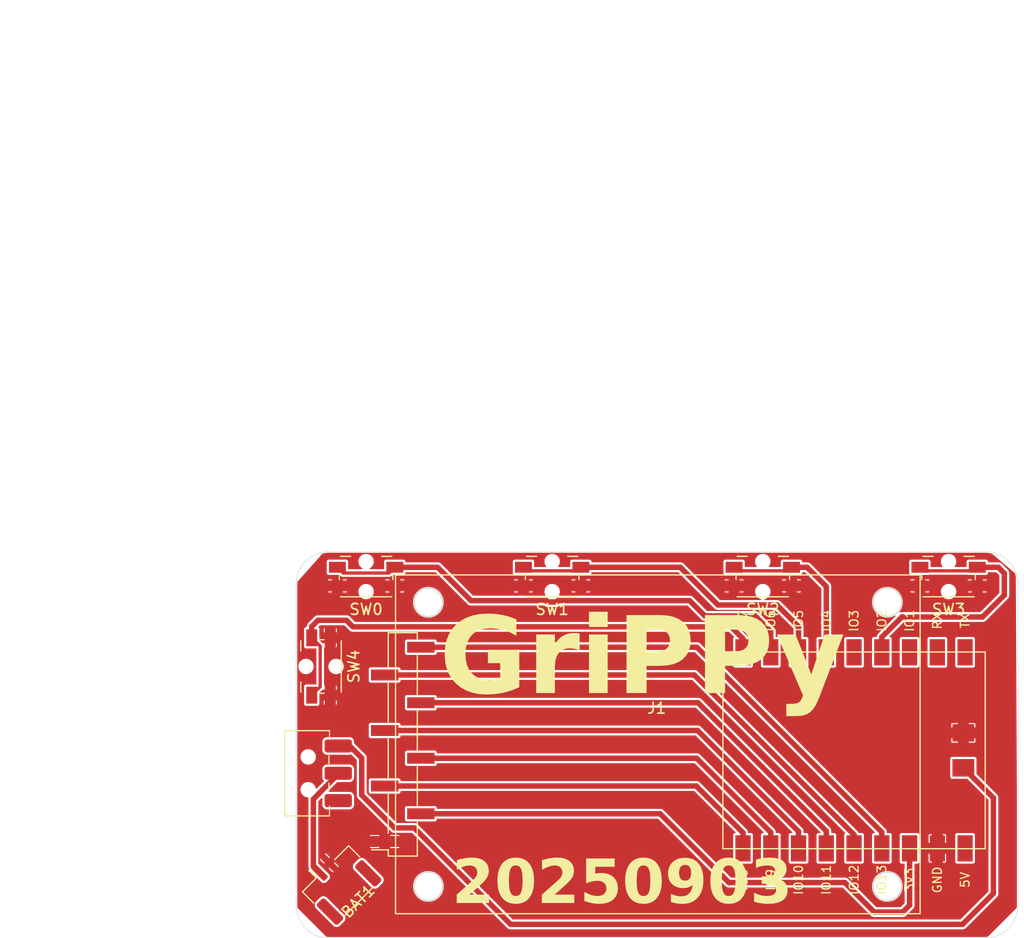
<source format=kicad_pcb>
(kicad_pcb (version 20241229) (generator "pcbnew") (generator_version "9.0")
  (layers (0 "F.Cu" signal) (2 "B.Cu" signal) (13 "F.Paste" user) (15 "B.Paste" user) (5 "F.SilkS" user "F.Silkscreen") (7 "B.SilkS" user "B.Silkscreen") (1 "F.Mask" user) (3 "B.Mask" user) (25 "Edge.Cuts" user))
  (net 0 "")
  (net 1 "/B+")
  (net 2 "/SCL")
  (net 3 "VCC")
  (net 4 "GND")
  (net 5 "/SDA")
  (net 6 "/index")
  (net 7 "/middle")
  (net 8 "/ring")
  (net 9 "/pinky")
  (net 10 "/thumb")
  (net 11 "/RAW")
  (net 13 "/mp")
  (net 19 "/BLK")
  (net 20 "/RES")
  (net 21 "/CS")
  (net 22 "/DC")
  (footprint "footprints:ESP32-S3-SuperMini_SMT" (layer "F.Cu") (at 224.25 86.7 90)
    (property "Reference" "U1" (hide yes))
    (property "Value" "esp32s3-supermini")
    (fp_line (start 9 -12) (end 9 12) (stroke (width 0.12)) (layer "F.SilkS"))
    (fp_line (start -9 -12) (end 9 -12) (stroke (width 0.12)) (layer "F.SilkS"))
    (fp_line (start 9 12) (end -9 12) (stroke (width 0.12)) (layer "F.SilkS"))
    (fp_line (start -9 12) (end -9 -12) (stroke (width 0.12)) (layer "F.SilkS"))
    (fp_text user "IO13" (at -11.85 2.54 90) (layer "F.SilkS") (effects (font (size 0.8 0.8) (thickness 0.12))))
    (fp_text user "IO6" (at 11.85 -7.62 90) (layer "F.SilkS") (effects (font (size 0.8 0.8) (thickness 0.12))))
    (fp_text user "IO8" (at -11.85 -10.16 90) (layer "F.SilkS") (effects (font (size 0.8 0.8) (thickness 0.12))))
    (fp_text user "IO2" (at 11.85 2.54 90) (layer "F.SilkS") (effects (font (size 0.8 0.8) (thickness 0.12))))
    (fp_text user "5V" (at -11.85 10.16 90) (layer "F.SilkS") (effects (font (size 0.8 0.8) (thickness 0.12))))
    (fp_text user "TX" (at 11.85 10.16 90) (layer "F.SilkS") (effects (font (size 0.8 0.8) (thickness 0.12))))
    (fp_text user "RX" (at 11.85 7.62 90) (layer "F.SilkS") (effects (font (size 0.8 0.8) (thickness 0.12))))
    (fp_text user "IO5" (at 11.85 -5.08 90) (layer "F.SilkS") (effects (font (size 0.8 0.8) (thickness 0.12))))
    (fp_text user "IO11" (at -11.85 -2.54 90) (layer "F.SilkS") (effects (font (size 0.8 0.8) (thickness 0.12))))
    (fp_text user "IO9" (at -11.85 -7.62 90) (layer "F.SilkS") (effects (font (size 0.8 0.8) (thickness 0.12))))
    (fp_text user "GND" (at -11.85 7.62 90) (layer "F.SilkS") (effects (font (size 0.8 0.8) (thickness 0.12))))
    (fp_text user "IO10" (at -11.85 -5.08 90) (layer "F.SilkS") (effects (font (size 0.8 0.8) (thickness 0.12))))
    (fp_text user "IO1" (at 11.85 5.08 90) (layer "F.SilkS") (effects (font (size 0.8 0.8) (thickness 0.12))))
    (fp_text user "IO7" (at 11.85 -10.16 90) (layer "F.SilkS") (effects (font (size 0.8 0.8) (thickness 0.12))))
    (fp_text user "IO12" (at -11.85 0 90) (layer "F.SilkS") (effects (font (size 0.8 0.8) (thickness 0.12))))
    (fp_text user "IO3" (at 11.85 0 90) (layer "F.SilkS") (effects (font (size 0.8 0.8) (thickness 0.12))))
    (fp_text user "IO4" (at 11.85 -2.54 90) (layer "F.SilkS") (effects (font (size 0.8 0.8) (thickness 0.12))))
    (fp_text user "3V3" (at -11.85 5.08 90) (layer "F.SilkS") (effects (font (size 0.8 0.8) (thickness 0.12))))
    (pad "3V3" smd rect (at -8.97 5.08 90) (size 2.4 1.4) (layers "F.Cu" "F.Mask" "F.Paste") (net 3 "VCC"))
    (pad "5V" smd rect (at -8.97 10.16 90) (size 2.4 1.4) (layers "F.Cu" "F.Mask" "F.Paste"))
    (pad "B+" smd rect (at -1.6 10 90) (size 1.6 2) (layers "F.Cu" "F.Mask" "F.Paste") (net 11 "/RAW"))
    (pad "B-" smd rect (at 1.6 10 90) (size 1.6 2) (layers "F.Cu" "F.Mask" "F.Paste") (net 4 "GND"))
    (pad "GND" smd rect (at -8.97 7.62 90) (size 2.4 1.4) (layers "F.Cu" "F.Mask" "F.Paste") (net 4 "GND"))
    (pad "IO1" smd rect (at 8.97 5.08 90) (size 2.4 1.4) (layers "F.Cu" "F.Mask" "F.Paste"))
    (pad "IO2" smd rect (at 8.97 2.54 90) (size 2.4 1.4) (layers "F.Cu" "F.Mask" "F.Paste") (net 9 "/pinky"))
    (pad "IO3" smd rect (at 8.97 0 90) (size 2.4 1.4) (layers "F.Cu" "F.Mask" "F.Paste"))
    (pad "IO4" smd rect (at 8.97 -2.54 90) (size 2.4 1.4) (layers "F.Cu" "F.Mask" "F.Paste") (net 8 "/ring"))
    (pad "IO5" smd rect (at 8.97 -5.08 90) (size 2.4 1.4) (layers "F.Cu" "F.Mask" "F.Paste") (net 7 "/middle"))
    (pad "IO6" smd rect (at 8.97 -7.62 90) (size 2.4 1.4) (layers "F.Cu" "F.Mask" "F.Paste") (net 6 "/index"))
    (pad "IO7" smd rect (at 8.97 -10.16 90) (size 2.4 1.4) (layers "F.Cu" "F.Mask" "F.Paste") (net 10 "/thumb"))
    (pad "IO8" smd rect (at -8.97 -10.16 90) (size 2.4 1.4) (layers "F.Cu" "F.Mask" "F.Paste") (net 2 "/SCL"))
    (pad "IO9" smd rect (at -8.97 -7.62 90) (size 2.4 1.4) (layers "F.Cu" "F.Mask" "F.Paste") (net 5 "/SDA"))
    (pad "IO10" smd rect (at -8.97 -5.08 90) (size 2.4 1.4) (layers "F.Cu" "F.Mask" "F.Paste") (net 20 "/RES"))
    (pad "IO11" smd rect (at -8.97 -2.54 90) (size 2.4 1.4) (layers "F.Cu" "F.Mask" "F.Paste") (net 22 "/DC"))
    (pad "IO12" smd rect (at -8.97 0 90) (size 2.4 1.4) (layers "F.Cu" "F.Mask" "F.Paste") (net 21 "/CS"))
    (pad "IO13" smd rect (at -8.97 2.54 90) (size 2.4 1.4) (layers "F.Cu" "F.Mask" "F.Paste") (net 19 "/BLK"))
    (pad "RX" smd rect (at 8.97 7.62 90) (size 2.4 1.4) (layers "F.Cu" "F.Mask" "F.Paste"))
    (pad "TX" smd rect (at 8.97 10.16 90) (size 2.4 1.4) (layers "F.Cu" "F.Mask" "F.Paste"))
  )
  (footprint "footprints:JST_GH_SM02B-GHS-TB_1x02-1MP_P1.25mm_Horizontal" (layer "F.Cu") (at 177.095317 98.75 45)
    (property "Reference" "BAT1" (at 0 2.5 45) (layer "F.SilkS"))
    (property "Value" "JST-GH 1.25" (hide yes))
    (fp_line (start -2.985 -1.71) (end -1.185 -1.71) (stroke (width 0.12)) (layer "F.SilkS"))
    (fp_line (start -2.985 -0.26) (end -2.985 -1.71) (stroke (width 0.12)) (layer "F.SilkS"))
    (fp_line (start -1.185 -1.71) (end -1.185 -2.7) (stroke (width 0.12)) (layer "F.SilkS"))
    (fp_line (start -1.715 2.559999) (end 1.715 2.559999) (stroke (width 0.12)) (layer "F.SilkS"))
    (fp_line (start 2.985 -1.71) (end 1.185 -1.71) (stroke (width 0.12)) (layer "F.SilkS"))
    (fp_line (start 2.985 -0.26) (end 2.985 -1.71) (stroke (width 0.12)) (layer "F.SilkS"))
    (pad "1" smd roundrect (at -0.625 -1.85 45) (size 0.6 1.7) (layers "F.Cu" "F.Mask" "F.Paste") (net 1 "/B+"))
    (pad "2" smd roundrect (at 0.625 -1.85 45) (size 0.6 1.7) (layers "F.Cu" "F.Mask" "F.Paste") (net 4 "GND"))
    (pad "3" smd roundrect (at -2.475 1.35 45) (size 1 2.7) (layers "F.Cu" "F.Mask" "F.Paste") (net 13 "/mp"))
    (pad "4" smd roundrect (at 2.475 1.35 45) (size 1 2.7) (layers "F.Cu" "F.Mask" "F.Paste") (net 13 "/mp"))
  )
  (footprint "Button_Switch_SMD:Panasonic_EVQPUL_EVQPUC" (layer "F.Cu") (at 232.9 70.8)
    (property "Reference" "SW3" (at 0 3 180) (layer "F.SilkS"))
    (property "Value" "SW_SPST" (hide yes))
    (fp_line (start -2.45 0.275) (end -2.45 -0.275) (stroke (width 0.12)) (layer "F.SilkS"))
    (fp_line (start -1.425 -1.85) (end -2.35 -1.85) (stroke (width 0.12)) (layer "F.SilkS"))
    (fp_line (start 2.35 -1.85) (end 1.425 -1.85) (stroke (width 0.12)) (layer "F.SilkS"))
    (fp_line (start 2.35 1.85) (end -2.35 1.85) (stroke (width 0.12)) (layer "F.SilkS"))
    (fp_line (start 2.45 0.275) (end 2.45 -0.275) (stroke (width 0.12)) (layer "F.SilkS"))
    (pad "" np_thru_hole circle (at 0 -1.375 180) (size 0.9 0.9) (drill 0.9) (layers "*.Cu" "*.Mask"))
    (pad "" np_thru_hole circle (at 0 1.375 180) (size 0.9 0.9) (drill 0.9) (layers "*.Cu" "*.Mask"))
    (pad "1" smd rect (at -2.625 -0.85 180) (size 1.55 1) (layers "F.Cu" "F.Mask" "F.Paste") (net 9 "/pinky"))
    (pad "1" smd rect (at 2.625 -0.85 180) (size 1.55 1) (layers "F.Cu" "F.Mask" "F.Paste") (net 9 "/pinky"))
    (pad "2" smd rect (at -2.625 0.85 180) (size 1.55 1) (layers "F.Cu" "F.Mask" "F.Paste") (net 4 "GND"))
    (pad "2" smd rect (at 2.625 0.85 180) (size 1.55 1) (layers "F.Cu" "F.Mask" "F.Paste") (net 4 "GND"))
  )
  (footprint "Button_Switch_SMD:Panasonic_EVQPUL_EVQPUC" (layer "F.Cu") (at 179.6 70.8)
    (property "Reference" "SW0" (at 0 3 180) (layer "F.SilkS"))
    (property "Value" "SW_SPST" (hide yes))
    (fp_line (start -2.45 0.275) (end -2.45 -0.275) (stroke (width 0.12)) (layer "F.SilkS"))
    (fp_line (start -1.425 -1.85) (end -2.35 -1.85) (stroke (width 0.12)) (layer "F.SilkS"))
    (fp_line (start 2.35 -1.85) (end 1.425 -1.85) (stroke (width 0.12)) (layer "F.SilkS"))
    (fp_line (start 2.35 1.85) (end -2.35 1.85) (stroke (width 0.12)) (layer "F.SilkS"))
    (fp_line (start 2.45 0.275) (end 2.45 -0.275) (stroke (width 0.12)) (layer "F.SilkS"))
    (pad "" np_thru_hole circle (at 0 -1.375 180) (size 0.9 0.9) (drill 0.9) (layers "*.Cu" "*.Mask"))
    (pad "" np_thru_hole circle (at 0 1.375 180) (size 0.9 0.9) (drill 0.9) (layers "*.Cu" "*.Mask"))
    (pad "1" smd rect (at -2.625 -0.85 180) (size 1.55 1) (layers "F.Cu" "F.Mask" "F.Paste") (net 6 "/index"))
    (pad "1" smd rect (at 2.625 -0.85 180) (size 1.55 1) (layers "F.Cu" "F.Mask" "F.Paste") (net 6 "/index"))
    (pad "2" smd rect (at -2.625 0.85 180) (size 1.55 1) (layers "F.Cu" "F.Mask" "F.Paste") (net 4 "GND"))
    (pad "2" smd rect (at 2.625 0.85 180) (size 1.55 1) (layers "F.Cu" "F.Mask" "F.Paste") (net 4 "GND"))
  )
  (footprint "sw_spdt_slide_mskt-12c03:Untitled" (layer "F.Cu") (at 174.55 88.8 -90)
    (property "Reference" "SW5" (hide yes))
    (property "Value" "SW_DPDT_x2" (hide yes))
    (fp_line (start -3.9 2.4) (end 3.9 2.4) (stroke (width 0.12)) (layer "F.SilkS"))
    (fp_line (start -3.9 2.4) (end -3.9 -1.7) (stroke (width 0.12)) (layer "F.SilkS"))
    (fp_line (start -0.9 -1.65) (end -1.6 -1.65) (stroke (width 0.12)) (layer "F.SilkS"))
    (fp_line (start 1.6 -1.65) (end 0.9 -1.65) (stroke (width 0.12)) (layer "F.SilkS"))
    (fp_line (start 3.9 -1.65) (end 3.9 2.4) (stroke (width 0.12)) (layer "F.SilkS"))
    (fp_line (start -3.1 -1.7) (end -3.9 -1.7) (stroke (width 0.1)) (layer "F.SilkS"))
    (fp_line (start 3 -1.7) (end 3.9 -1.7) (stroke (width 0.1)) (layer "F.SilkS"))
    (pad "" np_thru_hole circle (at -1.5 0.25 270) (size 0.9 0.9) (drill 0.9) (layers "*.Cu" "*.Mask"))
    (pad "" np_thru_hole circle (at 1.5 0.25 270) (size 0.9 0.9) (drill 0.9) (layers "*.Cu" "*.Mask"))
    (pad "1" smd roundrect (at -2.5 -2.5 270) (size 1.2 2.5) (layers "F.Cu" "F.Mask" "F.Paste") (roundrect_rratio 0.2) (net 11 "/RAW"))
    (pad "2" smd roundrect (at 0 -2.5 270) (size 1.2 2.5) (layers "F.Cu" "F.Mask" "F.Paste") (roundrect_rratio 0.2) (net 1 "/B+"))
    (pad "3" smd roundrect (at 2.5 -2.5 270) (size 1.2 2.5) (layers "F.Cu" "F.Mask" "F.Paste") (roundrect_rratio 0.2))
  )
  (footprint "footprints:tft-169-st7789" (layer "F.Cu") (at 206.295 86.15)
    (property "Reference" "J1" (at -0.1 -3.31 0) (layer "F.SilkS"))
    (property "Value" "Conn_01x08_Socket")
    (fp_line (start -24.67 -7.105) (end -24.67 -10.215) (stroke (width 0.12)) (layer "F.SilkS"))
    (fp_line (start -24.67 -2.025) (end -24.67 -5.585) (stroke (width 0.12)) (layer "F.SilkS"))
    (fp_line (start -24.67 3.055) (end -24.67 -0.505) (stroke (width 0.12)) (layer "F.SilkS"))
    (fp_line (start -24.67 8.135) (end -24.67 4.575) (stroke (width 0.12)) (layer "F.SilkS"))
    (fp_line (start -24.67 9.655) (end -26.19 9.655) (stroke (width 0.12)) (layer "F.SilkS"))
    (fp_line (start -24.67 10.225) (end -24.67 9.655) (stroke (width 0.12)) (layer "F.SilkS"))
    (fp_line (start -24 -15.5) (end 24 -15.5) (stroke (width 0.12)) (layer "F.SilkS"))
    (fp_line (start -24 15.5) (end -24 -15.5) (stroke (width 0.12)) (layer "F.SilkS"))
    (fp_line (start -22.01 -10.215) (end -24.67 -10.215) (stroke (width 0.12)) (layer "F.SilkS"))
    (fp_line (start -22.01 -9.645) (end -22.01 -10.215) (stroke (width 0.12)) (layer "F.SilkS"))
    (fp_line (start -22.01 -4.565) (end -22.01 -8.125) (stroke (width 0.12)) (layer "F.SilkS"))
    (fp_line (start -22.01 0.515) (end -22.01 -3.045) (stroke (width 0.12)) (layer "F.SilkS"))
    (fp_line (start -22.01 5.595) (end -22.01 2.035) (stroke (width 0.12)) (layer "F.SilkS"))
    (fp_line (start -22.01 10.225) (end -24.67 10.225) (stroke (width 0.12)) (layer "F.SilkS"))
    (fp_line (start -22.01 10.225) (end -22.01 7.115) (stroke (width 0.12)) (layer "F.SilkS"))
    (fp_line (start 24 -15.5) (end 24 15.5) (stroke (width 0.12)) (layer "F.SilkS"))
    (fp_line (start 24 15.5) (end -24 15.5) (stroke (width 0.12)) (layer "F.SilkS"))
    (fp_circle (center -21 -13) (end -19.7 -13) (stroke (width 0.1)) (fill no) (layer "Edge.Cuts"))
    (fp_circle (center -21 13) (end -19.7 13) (stroke (width 0.1)) (fill no) (layer "Edge.Cuts"))
    (fp_circle (center 21 -13) (end 22.3 -13) (stroke (width 0.1)) (fill no) (layer "Edge.Cuts"))
    (fp_circle (center 21 13) (end 22.3 13) (stroke (width 0.1)) (fill no) (layer "Edge.Cuts"))
    (pad "1" smd rect (at -24.995 8.895 180) (size 2.51 1) (layers "F.Cu" "F.Mask" "F.Paste") (net 4 "GND"))
    (pad "2" smd rect (at -21.685 6.355 180) (size 2.51 1) (layers "F.Cu" "F.Mask" "F.Paste") (net 3 "VCC"))
    (pad "3" smd rect (at -24.995 3.815 180) (size 2.51 1) (layers "F.Cu" "F.Mask" "F.Paste") (net 2 "/SCL"))
    (pad "4" smd rect (at -21.685 1.275 180) (size 2.51 1) (layers "F.Cu" "F.Mask" "F.Paste") (net 5 "/SDA"))
    (pad "5" smd rect (at -24.995 -1.265 180) (size 2.51 1) (layers "F.Cu" "F.Mask" "F.Paste") (net 20 "/RES"))
    (pad "6" smd rect (at -21.685 -3.805 180) (size 2.51 1) (layers "F.Cu" "F.Mask" "F.Paste") (net 22 "/DC"))
    (pad "7" smd rect (at -24.995 -6.345 180) (size 2.51 1) (layers "F.Cu" "F.Mask" "F.Paste") (net 21 "/CS"))
    (pad "8" smd rect (at -21.685 -8.885 180) (size 2.51 1) (layers "F.Cu" "F.Mask" "F.Paste") (net 19 "/BLK"))
  )
  (footprint "Button_Switch_SMD:Panasonic_EVQPUL_EVQPUC" (layer "F.Cu") (at 215.9 70.8)
    (property "Reference" "SW2" (at 0 3 180) (layer "F.SilkS"))
    (property "Value" "SW_SPST" (hide yes))
    (fp_line (start -2.45 0.275) (end -2.45 -0.275) (stroke (width 0.12)) (layer "F.SilkS"))
    (fp_line (start -1.425 -1.85) (end -2.35 -1.85) (stroke (width 0.12)) (layer "F.SilkS"))
    (fp_line (start 2.35 -1.85) (end 1.425 -1.85) (stroke (width 0.12)) (layer "F.SilkS"))
    (fp_line (start 2.35 1.85) (end -2.35 1.85) (stroke (width 0.12)) (layer "F.SilkS"))
    (fp_line (start 2.45 0.275) (end 2.45 -0.275) (stroke (width 0.12)) (layer "F.SilkS"))
    (pad "" np_thru_hole circle (at 0 -1.375 180) (size 0.9 0.9) (drill 0.9) (layers "*.Cu" "*.Mask"))
    (pad "" np_thru_hole circle (at 0 1.375 180) (size 0.9 0.9) (drill 0.9) (layers "*.Cu" "*.Mask"))
    (pad "1" smd rect (at -2.625 -0.85 180) (size 1.55 1) (layers "F.Cu" "F.Mask" "F.Paste") (net 8 "/ring"))
    (pad "1" smd rect (at 2.625 -0.85 180) (size 1.55 1) (layers "F.Cu" "F.Mask" "F.Paste") (net 8 "/ring"))
    (pad "2" smd rect (at -2.625 0.85 180) (size 1.55 1) (layers "F.Cu" "F.Mask" "F.Paste") (net 4 "GND"))
    (pad "2" smd rect (at 2.625 0.85 180) (size 1.55 1) (layers "F.Cu" "F.Mask" "F.Paste") (net 4 "GND"))
  )
  (footprint "Button_Switch_SMD:Panasonic_EVQPUL_EVQPUC" (layer "F.Cu") (at 196.625 70.8)
    (property "Reference" "SW1" (at 0 3 180) (layer "F.SilkS"))
    (property "Value" "SW_SPST" (hide yes))
    (fp_line (start -2.45 0.275) (end -2.45 -0.275) (stroke (width 0.12)) (layer "F.SilkS"))
    (fp_line (start -1.425 -1.85) (end -2.35 -1.85) (stroke (width 0.12)) (layer "F.SilkS"))
    (fp_line (start 2.35 -1.85) (end 1.425 -1.85) (stroke (width 0.12)) (layer "F.SilkS"))
    (fp_line (start 2.35 1.85) (end -2.35 1.85) (stroke (width 0.12)) (layer "F.SilkS"))
    (fp_line (start 2.45 0.275) (end 2.45 -0.275) (stroke (width 0.12)) (layer "F.SilkS"))
    (pad "" np_thru_hole circle (at 0 -1.375 180) (size 0.9 0.9) (drill 0.9) (layers "*.Cu" "*.Mask"))
    (pad "" np_thru_hole circle (at 0 1.375 180) (size 0.9 0.9) (drill 0.9) (layers "*.Cu" "*.Mask"))
    (pad "1" smd rect (at -2.625 -0.85 180) (size 1.55 1) (layers "F.Cu" "F.Mask" "F.Paste") (net 7 "/middle"))
    (pad "1" smd rect (at 2.625 -0.85 180) (size 1.55 1) (layers "F.Cu" "F.Mask" "F.Paste") (net 7 "/middle"))
    (pad "2" smd rect (at -2.625 0.85 180) (size 1.55 1) (layers "F.Cu" "F.Mask" "F.Paste") (net 4 "GND"))
    (pad "2" smd rect (at 2.625 0.85 180) (size 1.55 1) (layers "F.Cu" "F.Mask" "F.Paste") (net 4 "GND"))
  )
  (footprint "Button_Switch_SMD:Panasonic_EVQPUL_EVQPUC" (layer "F.Cu") (at 175.475 79.025 90)
    (property "Reference" "SW4" (at 0 3 270) (layer "F.SilkS"))
    (property "Value" "SW_SPST" (hide yes))
    (fp_line (start 2.35 -1.85) (end 1.425 -1.85) (stroke (width 0.12)) (layer "F.SilkS"))
    (fp_line (start -1.425 -1.85) (end -2.35 -1.85) (stroke (width 0.12)) (layer "F.SilkS"))
    (fp_line (start 2.45 0.275) (end 2.45 -0.275) (stroke (width 0.12)) (layer "F.SilkS"))
    (fp_line (start -2.45 0.275) (end -2.45 -0.275) (stroke (width 0.12)) (layer "F.SilkS"))
    (fp_line (start 2.35 1.85) (end -2.35 1.85) (stroke (width 0.12)) (layer "F.SilkS"))
    (pad "" np_thru_hole circle (at 0 -1.375 270) (size 0.9 0.9) (drill 0.9) (layers "*.Cu" "*.Mask"))
    (pad "" np_thru_hole circle (at 0 1.375 270) (size 0.9 0.9) (drill 0.9) (layers "*.Cu" "*.Mask"))
    (pad "1" smd rect (at -2.625 -0.85 270) (size 1.55 1) (layers "F.Cu" "F.Mask" "F.Paste") (net 10 "/thumb"))
    (pad "1" smd rect (at 2.625 -0.85 270) (size 1.55 1) (layers "F.Cu" "F.Mask" "F.Paste") (net 10 "/thumb"))
    (pad "2" smd rect (at -2.625 0.85 270) (size 1.55 1) (layers "F.Cu" "F.Mask" "F.Paste") (net 4 "GND"))
    (pad "2" smd rect (at 2.625 0.85 270) (size 1.55 1) (layers "F.Cu" "F.Mask" "F.Paste") (net 4 "GND"))
  )
  (gr_arc (start 239.25 100.87868) (mid 238.37132 103) (end 236.25 103.87868) (stroke (width 0.05)) (layer "Edge.Cuts"))
  (gr_line (start 173.2 100.87868) (end 173.2 71.5213) (stroke (width 0.05)) (layer "Edge.Cuts"))
  (gr_arc (start 173.2 71.52132) (mid 174.07481 69.403876) (end 176.189046 68.52134) (stroke (width 0.05)) (layer "Edge.Cuts"))
  (gr_line (start 176.189046 68.52132) (end 236.25 68.52132) (stroke (width 0.05)) (layer "Edge.Cuts"))
  (gr_arc (start 236.25 68.52132) (mid 238.37132 69.4) (end 239.25 71.52132) (stroke (width 0.05)) (layer "Edge.Cuts"))
  (gr_arc (start 176.2 103.87868) (mid 174.07868 103) (end 173.2 100.87868) (stroke (width 0.05)) (layer "Edge.Cuts"))
  (gr_line (start 236.239046 103.87868) (end 176.2 103.87868) (stroke (width 0.05)) (layer "Edge.Cuts"))
  (gr_line (start 239.25 71.5213) (end 239.25 100.87868) (stroke (width 0.05)) (layer "Edge.Cuts"))
  (gr_text "GriPPy" (at 186.3 82.65 0) (layer "F.SilkS") (effects (font (size 7 7) (thickness 0.3) (bold yes)) (justify left bottom)))
  (gr_text "20250903" (at 187.45 101.35 0) (layer "F.SilkS") (effects (font (size 4 4) (thickness 0.3) (bold yes)) (justify left bottom)))
  (segment (start 174.775 91.169917) (end 175.251 90.693917) (width 0.5) (layer "F.Cu") (net 1))
  (segment (start 175.251 90.674) (end 177.05 88.875) (width 0.5) (layer "F.Cu") (net 1))
  (segment (start 175.251 90.693917) (end 175.251 90.674) (width 0.5) (layer "F.Cu") (net 1))
  (segment (start 174.775 97.313566) (end 174.775 91.169917) (width 0.5) (layer "F.Cu") (net 1))
  (segment (start 177.05 88.875) (end 177.05 88.8) (width 0.5) (layer "F.Cu") (net 1))
  (segment (start 175.345228 97.883794) (end 174.775 97.313566) (width 0.5) (layer "F.Cu") (net 1))
  (segment (start 214.09 95.67) (end 214.09 94.24) (width 0.5) (layer "F.Cu") (net 2))
  (segment (start 214.09 94.24) (end 209.815 89.965) (width 0.5) (layer "F.Cu") (net 2))
  (segment (start 209.815 89.965) (end 181.3 89.965) (width 0.5) (layer "F.Cu") (net 2))
  (segment (start 226.1 101.5) (end 223.4 98.8) (width 0.5) (layer "F.Cu") (net 3))
  (segment (start 229.33 95.67) (end 229.33 100.87) (width 0.5) (layer "F.Cu") (net 3))
  (segment (start 229.33 100.87) (end 228.7 101.5) (width 0.5) (layer "F.Cu") (net 3))
  (segment (start 212.8 98.8) (end 206.505 92.505) (width 0.5) (layer "F.Cu") (net 3))
  (segment (start 228.7 101.5) (end 226.1 101.5) (width 0.5) (layer "F.Cu") (net 3))
  (segment (start 223.4 98.8) (end 212.8 98.8) (width 0.5) (layer "F.Cu") (net 3))
  (segment (start 206.505 92.505) (end 184.61 92.505) (width 0.5) (layer "F.Cu") (net 3))
  (segment (start 216.63 95.67) (end 216.63 94.205) (width 0.5) (layer "F.Cu") (net 5))
  (segment (start 209.85 87.425) (end 184.61 87.425) (width 0.5) (layer "F.Cu") (net 5))
  (segment (start 216.63 94.205) (end 209.85 87.425) (width 0.5) (layer "F.Cu") (net 5))
  (segment (start 181.7 70.475) (end 182.225 69.95) (width 0.3) (layer "F.Cu") (net 6))
  (segment (start 210.6 74.4) (end 215.2 74.4) (width 0.5) (layer "F.Cu") (net 6))
  (segment (start 196.231083 73.126) (end 197.018917 73.126) (width 0.5) (layer "F.Cu") (net 6))
  (segment (start 177.5 70.475) (end 181.7 70.475) (width 0.3) (layer "F.Cu") (net 6))
  (segment (start 176.975 69.95) (end 177.5 70.475) (width 0.3) (layer "F.Cu") (net 6))
  (segment (start 216.63 75.83) (end 216.63 77.73) (width 0.5) (layer "F.Cu") (net 6))
  (segment (start 197.144917 73) (end 209.2 73) (width 0.5) (layer "F.Cu") (net 6))
  (segment (start 186.15 69.95) (end 189.2 73) (width 0.5) (layer "F.Cu") (net 6))
  (segment (start 197.018917 73.126) (end 197.144917 73) (width 0.5) (layer "F.Cu") (net 6))
  (segment (start 196.105083 73) (end 196.231083 73.126) (width 0.5) (layer "F.Cu") (net 6))
  (segment (start 215.2 74.4) (end 216.63 75.83) (width 0.5) (layer "F.Cu") (net 6))
  (segment (start 189.2 73) (end 196.105083 73) (width 0.5) (layer "F.Cu") (net 6))
  (segment (start 182.225 69.95) (end 186.15 69.95) (width 0.5) (layer "F.Cu") (net 6))
  (segment (start 209.2 73) (end 210.6 74.4) (width 0.5) (layer "F.Cu") (net 6))
  (segment (start 198.924 70.276) (end 199.25 69.95) (width 0.3) (layer "F.Cu") (net 7))
  (segment (start 211.8 73.4) (end 217.2 73.4) (width 0.5) (layer "F.Cu") (net 7))
  (segment (start 217.2 73.4) (end 219.17 75.37) (width 0.5) (layer "F.Cu") (net 7))
  (segment (start 194 69.95) (end 194.326 70.276) (width 0.3) (layer "F.Cu") (net 7))
  (segment (start 194.326 70.276) (end 198.924 70.276) (width 0.3) (layer "F.Cu") (net 7))
  (segment (start 219.17 75.37) (end 219.17 77.73) (width 0.5) (layer "F.Cu") (net 7))
  (segment (start 208.35 69.95) (end 211.8 73.4) (width 0.5) (layer "F.Cu") (net 7))
  (segment (start 199.25 69.95) (end 208.35 69.95) (width 0.5) (layer "F.Cu") (net 7))
  (segment (start 213.275 69.95) (end 213.601 70.276) (width 0.3) (layer "F.Cu") (net 8))
  (segment (start 219.95 69.95) (end 221.71 71.71) (width 0.5) (layer "F.Cu") (net 8))
  (segment (start 221.71 71.71) (end 221.71 77.73) (width 0.5) (layer "F.Cu") (net 8))
  (segment (start 218.525 69.95) (end 219.95 69.95) (width 0.5) (layer "F.Cu") (net 8))
  (segment (start 213.601 70.276) (end 218.199 70.276) (width 0.3) (layer "F.Cu") (net 8))
  (segment (start 218.199 70.276) (end 218.525 69.95) (width 0.3) (layer "F.Cu") (net 8))
  (segment (start 228.625 74.5) (end 236 74.5) (width 0.5) (layer "F.Cu") (net 9))
  (segment (start 235.199 70.276) (end 235.525 69.95) (width 0.3) (layer "F.Cu") (net 9))
  (segment (start 238 70.5) (end 237.45 69.95) (width 0.5) (layer "F.Cu") (net 9))
  (segment (start 226.79 77.73) (end 226.79 76.335) (width 0.5) (layer "F.Cu") (net 9))
  (segment (start 230.601 70.276) (end 235.199 70.276) (width 0.3) (layer "F.Cu") (net 9))
  (segment (start 236 74.5) (end 238 72.5) (width 0.5) (layer "F.Cu") (net 9))
  (segment (start 237.45 69.95) (end 235.525 69.95) (width 0.5) (layer "F.Cu") (net 9))
  (segment (start 226.79 76.335) (end 228.625 74.5) (width 0.5) (layer "F.Cu") (net 9))
  (segment (start 230.275 69.95) (end 230.601 70.276) (width 0.3) (layer "F.Cu") (net 9))
  (segment (start 238 72.5) (end 238 70.5) (width 0.5) (layer "F.Cu") (net 9))
  (segment (start 214.09 76.49) (end 213 75.4) (width 0.5) (layer "F.Cu") (net 10))
  (segment (start 175.4 80.875) (end 175.4 77.175) (width 0.3) (layer "F.Cu") (net 10))
  (segment (start 175.4 77.175) (end 174.625 76.4) (width 0.3) (layer "F.Cu") (net 10))
  (segment (start 177.8 74.8) (end 175.2 74.8) (width 0.5) (layer "F.Cu") (net 10))
  (segment (start 213 75.4) (end 178.4 75.4) (width 0.5) (layer "F.Cu") (net 10))
  (segment (start 174.625 75.375) (end 174.625 76.4) (width 0.5) (layer "F.Cu") (net 10))
  (segment (start 175.2 74.8) (end 174.625 75.375) (width 0.5) (layer "F.Cu") (net 10))
  (segment (start 174.625 81.65) (end 175.4 80.875) (width 0.3) (layer "F.Cu") (net 10))
  (segment (start 214.09 77.73) (end 214.09 76.49) (width 0.5) (layer "F.Cu") (net 10))
  (segment (start 178.4 75.4) (end 177.8 74.8) (width 0.5) (layer "F.Cu") (net 10))
  (segment (start 237 99.8) (end 237 91.05) (width 0.5) (layer "F.Cu") (net 11))
  (segment (start 177.05 86.3) (end 178.1 86.3) (width 0.5) (layer "F.Cu") (net 11))
  (segment (start 237 91.05) (end 234.25 88.3) (width 0.5) (layer "F.Cu") (net 11))
  (segment (start 182.2 93.8) (end 184 93.8) (width 0.5) (layer "F.Cu") (net 11))
  (segment (start 178.1 86.3) (end 179.2 87.4) (width 0.5) (layer "F.Cu") (net 11))
  (segment (start 179.2 90.8) (end 182.2 93.8) (width 0.5) (layer "F.Cu") (net 11))
  (segment (start 179.2 87.4) (end 179.2 90.8) (width 0.5) (layer "F.Cu") (net 11))
  (segment (start 184 93.8) (end 192.825 102.625) (width 0.5) (layer "F.Cu") (net 11))
  (segment (start 192.825 102.625) (end 234.175 102.625) (width 0.5) (layer "F.Cu") (net 11))
  (segment (start 234.175 102.625) (end 237 99.8) (width 0.5) (layer "F.Cu") (net 11))
  (segment (start 209.865 77.265) (end 226.79 94.19) (width 0.5) (layer "F.Cu") (net 19))
  (segment (start 184.61 77.265) (end 209.865 77.265) (width 0.5) (layer "F.Cu") (net 19))
  (segment (start 226.79 94.19) (end 226.79 95.67) (width 0.5) (layer "F.Cu") (net 19))
  (segment (start 181.3 84.885) (end 209.935 84.885) (width 0.5) (layer "F.Cu") (net 20))
  (segment (start 219.17 94.12) (end 219.17 95.67) (width 0.5) (layer "F.Cu") (net 20))
  (segment (start 209.935 84.885) (end 219.17 94.12) (width 0.5) (layer "F.Cu") (net 20))
  (segment (start 224.25 94.425) (end 224.25 95.67) (width 0.5) (layer "F.Cu") (net 21))
  (segment (start 181.3 79.805) (end 209.63 79.805) (width 0.5) (layer "F.Cu") (net 21))
  (segment (start 209.63 79.805) (end 224.25 94.425) (width 0.5) (layer "F.Cu") (net 21))
  (segment (start 221.71 94.085) (end 221.71 95.67) (width 0.5) (layer "F.Cu") (net 22))
  (segment (start 209.97 82.345) (end 221.71 94.085) (width 0.5) (layer "F.Cu") (net 22))
  (segment (start 184.61 82.345) (end 209.97 82.345) (width 0.5) (layer "F.Cu") (net 22))
  (zone (net 4) (net_name "GND") (layer "F.Cu") (connect_pads (clearance 0.1)) (min_thickness 0.1) (fill yes (thermal_gap 0.1) (thermal_bridge_width 1))
    (polygon (pts (xy 175.75 68.6) (xy 236.75 68.6) (xy 239.05 70.55) (xy 239.2 101.05) (xy 236.45 103.8) (xy 176 103.8) (xy 173.25 101.05) (xy 173.25 71.35) (xy 175.65 68.65)))
  )
)
</source>
